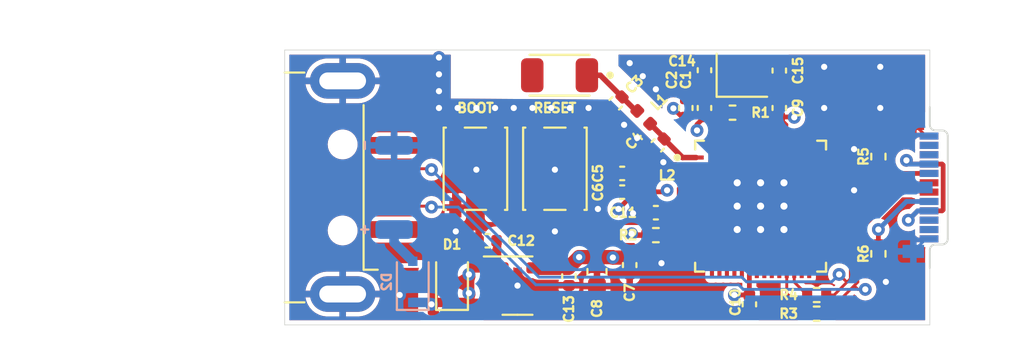
<source format=kicad_pcb>
(kicad_pcb (version 20211014) (generator pcbnew)
  (layers (0 "F.Cu" signal "Front") (1 "In1.Cu" signal) (2 "In2.Cu" signal) (31 "B.Cu" signal "Back") (34 "B.Paste" user) (35 "F.Paste" user) (36 "B.SilkS" user "B.Silkscreen") (37 "F.SilkS" user "F.Silkscreen") (38 "B.Mask" user) (39 "F.Mask" user) (44 "Edge.Cuts" user))
  (net 0 "")
  (net 1 "+3V3")
  (net 2 "GND")
  (net 3 "LNA_IN")
  (net 4 "Net-(C5-Pad1)")
  (net 5 "CHIP_PU")
  (net 6 "+5V")
  (net 7 "Net-(C14-Pad1)")
  (net 8 "XTAL_N")
  (net 9 "USB_D-")
  (net 10 "USB_D+")
  (net 13 "Net-(P1-PadA5)")
  (net 19 "Net-(P1-PadB5)")
  (net 23 "XTAL_P")
  (net 24 "Net-(R3-Pad1)")
  (net 25 "Net-(R4-Pad1)")
  (net 26 "BOOT")
  (net 57 "VDD")
  (net 71 "Net-(AE1-Pad1)")
  (net 72 "Net-(D1-Pad2)")
  (net 73 "+BATT")
  (footprint "Resistor_SMD:R_0402_1005Metric" (layer "F.Cu") (at 118.4 101.3)
    (fp_text reference "R2" (at -1.49 0) (layer "F.SilkS") (effects (font (size 0.5 0.5) (thickness 0.125))))
    (fp_text value "10k")
    (pad "1" smd roundrect (at -0.51 0) (size 0.54 0.64) (layers "F.Cu" "F.Paste" "F.Mask") (net 1 "+3V3"))
    (pad "2" smd roundrect (at 0.51 0) (size 0.54 0.64) (layers "F.Cu" "F.Paste" "F.Mask") (net 5 "CHIP_PU"))
  )
  (footprint "Connector_USB:USB_A_CNCTech_1001-011-01101_Horizontal" (layer "F.Cu") (at 94.75 98.75 180)
    (fp_text reference "J1" hide)
    (fp_text value "USB_A")
    (pad "" np_thru_hole circle (at -6.9 2.3 180) (size 1.1 1.1) (drill 1.1) (layers *.Cu *.Mask))
    (pad "" np_thru_hole circle (at -6.9 -2.3 180) (size 1.1 1.1) (drill 1.1) (layers *.Cu *.Mask))
    (pad "1" smd rect (at -9.65 -3.5 180) (size 2.5 1.1) (layers "F.Cu" "F.Paste" "F.Mask") (net 72 "Net-(D1-Pad2)"))
    (pad "2" smd rect (at -9.65 -1 180) (size 2.5 1.1) (layers "F.Cu" "F.Paste" "F.Mask") (net 9 "USB_D-"))
    (pad "3" smd rect (at -9.65 1 180) (size 2.5 1.1) (layers "F.Cu" "F.Paste" "F.Mask") (net 10 "USB_D+"))
    (pad "4" smd rect (at -9.65 3.5 180) (size 2.5 1.1) (layers "F.Cu" "F.Paste" "F.Mask") (net 2 "GND"))
    (pad "5" thru_hole oval (at -6.9 -5.7 180) (size 3.5 1.9) (drill oval 2.5 0.9) (layers *.Cu *.Mask) (net 2 "GND"))
    (pad "5" thru_hole oval (at -6.9 5.7 180) (size 3.5 1.9) (drill oval 2.5 0.9) (layers *.Cu *.Mask) (net 2 "GND"))
  )
  (footprint "Capacitor_SMD:C_0402_1005Metric" (layer "F.Cu") (at 120 94.5 90)
    (fp_text reference "C2" (at 1.5 -0.75 90) (layer "F.SilkS") (effects (font (size 0.5 0.5) (thickness 0.125))))
    (fp_text value "0.1u")
    (pad "1" smd roundrect (at -0.48 0 90) (size 0.56 0.62) (layers "F.Cu" "F.Paste" "F.Mask") (net 1 "+3V3"))
    (pad "2" smd roundrect (at 0.48 0 90) (size 0.56 0.62) (layers "F.Cu" "F.Paste" "F.Mask") (net 2 "GND"))
  )
  (footprint "Resistor_SMD:R_0402_1005Metric" (layer "F.Cu") (at 127 104.5)
    (fp_text reference "R4" (at -1.5 0) (layer "F.SilkS") (effects (font (size 0.5 0.5) (thickness 0.125))))
    (fp_text value "0")
    (pad "1" smd roundrect (at -0.51 0) (size 0.54 0.64) (layers "F.Cu" "F.Paste" "F.Mask") (net 25 "Net-(R4-Pad1)"))
    (pad "2" smd roundrect (at 0.51 0) (size 0.54 0.64) (layers "F.Cu" "F.Paste" "F.Mask") (net 10 "USB_D+"))
  )
  (footprint "clipboard:52b86674-39ac-4791-87c9-d1ce4ecf49a0" (layer "F.Cu") (at 133.05 102.575 -90)
    (fp_text reference "" (at 0 0 90) (layer "F.SilkS") (effects (font (size 1.27 1.27))))
    (fp_text value "" (at 0 0 90) (layer "F.SilkS") (effects (font (size 1.27 1.27))))
    (fp_line (start -6.875 -0.66) (end -6.875 -0.3) (layer "Edge.Cuts") (width 0.1))
    (fp_line (start -6.575 -0.96) (end -1.075 -0.96) (layer "Edge.Cuts") (width 0.1))
    (fp_line (start -0.475 0) (end 0.475 0) (layer "Edge.Cuts") (width 0.1))
    (fp_line (start -0.775 -0.66) (end -0.775 -0.3) (layer "Edge.Cuts") (width 0.1))
    (fp_line (start -7.175 0) (end -8.125 0) (layer "Edge.Cuts") (width 0.1))
    (fp_arc (start -0.475 0) (mid -0.687132 -0.087868) (end -0.775 -0.3) (layer "Edge.Cuts") (width 0.1))
    (fp_arc (start -6.875 -0.66) (mid -6.787132 -0.872132) (end -6.575 -0.96) (layer "Edge.Cuts") (width 0.1))
    (fp_arc (start -6.875 -0.3) (mid -6.962868 -0.087868) (end -7.175 0) (layer "Edge.Cuts") (width 0.1))
    (fp_arc (start -1.075 -0.96) (mid -0.862868 -0.872132) (end -0.775 -0.66) (layer "Edge.Cuts") (width 0.1))
  )
  (footprint "Inductor_SMD:L_0402_1005Metric" (layer "F.Cu") (at 118.1 98.5 -90)
    (fp_text reference "L2" (at -0.4 -0.9) (layer "F.SilkS") (effects (font (size 0.5 0.5) (thickness 0.125))))
    (fp_text value "2nH")
    (pad "1" smd roundrect (at -0.485 0 270) (size 0.59 0.64) (layers "F.Cu" "F.Paste" "F.Mask") (net 4 "Net-(C5-Pad1)"))
    (pad "2" smd roundrect (at 0.485 0 270) (size 0.59 0.64) (layers "F.Cu" "F.Paste" "F.Mask") (net 1 "+3V3"))
  )
  (footprint "Capacitor_SMD:C_0402_1005Metric" (layer "F.Cu") (at 117 102.9 -90)
    (fp_text reference "C7" (at 1.475 0 90) (layer "F.SilkS") (effects (font (size 0.5 0.5) (thickness 0.125))))
    (fp_text value "1u")
    (pad "1" smd roundrect (at -0.48 0 270) (size 0.56 0.62) (layers "F.Cu" "F.Paste" "F.Mask") (net 1 "+3V3"))
    (pad "2" smd roundrect (at 0.48 0 270) (size 0.56 0.62) (layers "F.Cu" "F.Paste" "F.Mask") (net 2 "GND"))
  )
  (footprint "Resistor_SMD:R_0402_1005Metric" (layer "F.Cu") (at 127 105.5)
    (fp_text reference "R3" (at -1.5 0) (layer "F.SilkS") (effects (font (size 0.5 0.5) (thickness 0.125))))
    (fp_text value "0")
    (pad "1" smd roundrect (at -0.51 0) (size 0.54 0.64) (layers "F.Cu" "F.Paste" "F.Mask") (net 24 "Net-(R3-Pad1)"))
    (pad "2" smd roundrect (at 0.51 0) (size 0.54 0.64) (layers "F.Cu" "F.Paste" "F.Mask") (net 9 "USB_D-"))
  )
  (footprint "Capacitor_SMD:C_0402_1005Metric" (layer "F.Cu") (at 125 94.5 90)
    (fp_text reference "C9" (at 0 1 90) (layer "F.SilkS") (effects (font (size 0.5 0.5) (thickness 0.125))))
    (fp_text value "0.1u")
    (pad "1" smd roundrect (at -0.48 0 90) (size 0.56 0.62) (layers "F.Cu" "F.Paste" "F.Mask") (net 1 "+3V3"))
    (pad "2" smd roundrect (at 0.48 0 90) (size 0.56 0.62) (layers "F.Cu" "F.Paste" "F.Mask") (net 2 "GND"))
  )
  (footprint "Capacitor_SMD:C_0402_1005Metric" (layer "F.Cu") (at 113.75 103.5 -90)
    (fp_text reference "C13" (at 1.75 0 90) (layer "F.SilkS") (effects (font (size 0.5 0.5) (thickness 0.125))))
    (fp_text value "1u")
    (pad "1" smd roundrect (at -0.48 0 270) (size 0.56 0.62) (layers "F.Cu" "F.Paste" "F.Mask") (net 1 "+3V3"))
    (pad "2" smd roundrect (at 0.48 0 270) (size 0.56 0.62) (layers "F.Cu" "F.Paste" "F.Mask") (net 2 "GND"))
  )
  (footprint "Capacitor_SMD:C_0402_1005Metric" (layer "F.Cu") (at 116.25 94.25 -135)
    (fp_text reference "C3" (at -1.414214 0 45) (layer "F.SilkS") (effects (font (size 0.5 0.5) (thickness 0.125))))
    (fp_text value "3.3p")
    (pad "1" smd roundrect (at -0.48 0 225) (size 0.56 0.62) (layers "F.Cu" "F.Paste" "F.Mask") (net 71 "Net-(AE1-Pad1)"))
    (pad "2" smd roundrect (at 0.48 0 225) (size 0.56 0.62) (layers "F.Cu" "F.Paste" "F.Mask") (net 2 "GND"))
  )
  (footprint "Capacitor_SMD:C_0402_1005Metric" (layer "F.Cu") (at 125 92.5 -90)
    (fp_text reference "C15" (at 0 -1 -90) (layer "F.SilkS") (effects (font (size 0.5 0.5) (thickness 0.125))))
    (fp_text value "TBD")
    (pad "1" smd roundrect (at -0.48 0 270) (size 0.56 0.62) (layers "F.Cu" "F.Paste" "F.Mask") (net 8 "XTAL_N"))
    (pad "2" smd roundrect (at 0.48 0 270) (size 0.56 0.62) (layers "F.Cu" "F.Paste" "F.Mask") (net 2 "GND"))
  )
  (footprint "Inductor_SMD:L_0402_1005Metric" (layer "F.Cu") (at 117.75 95 -45)
    (fp_text reference "L1" (at 0 -1.17 45) (layer "F.SilkS") (effects (font (size 0.5 0.5) (thickness 0.125))))
    (fp_text value "2nH")
    (pad "1" smd roundrect (at -0.485 0 315) (size 0.59 0.64) (layers "F.Cu" "F.Paste" "F.Mask") (net 71 "Net-(AE1-Pad1)"))
    (pad "2" smd roundrect (at 0.485 0 315) (size 0.59 0.64) (layers "F.Cu" "F.Paste" "F.Mask") (net 3 "LNA_IN"))
  )
  (footprint "2450AT18A100E:ANTC3216X140N" (layer "F.Cu") (at 113.25 92.75 180)
    (fp_text reference "AE1" hide)
    (fp_text value "2450AT18A100E")
    (pad "1" smd roundrect locked (at -1.46 0) (size 1.2 1.82) (layers "F.Cu" "F.Paste" "F.Mask") (roundrect_rratio 0.23) (net 71 "Net-(AE1-Pad1)"))
    (pad "2" smd roundrect locked (at 1.46 0) (size 1.2 1.82) (layers "F.Cu" "F.Paste" "F.Mask") (roundrect_rratio 0.23))
  )
  (footprint "Resistor_SMD:R_0402_1005Metric" (layer "F.Cu") (at 130.3 97.1 90)
    (fp_text reference "R5" (at 0 -0.8 90) (layer "F.SilkS") (effects (font (size 0.5 0.5) (thickness 0.125))))
    (fp_text value "5k1")
    (pad "1" smd roundrect (at -0.51 0 90) (size 0.54 0.64) (layers "F.Cu" "F.Paste" "F.Mask") (net 13 "Net-(P1-PadA5)"))
    (pad "2" smd roundrect (at 0.51 0 90) (size 0.54 0.64) (layers "F.Cu" "F.Paste" "F.Mask") (net 2 "GND"))
  )
  (footprint "Capacitor_SMD:C_0603_1608Metric" (layer "F.Cu") (at 115.25 103.25 -90)
    (fp_text reference "C8" (at 1.975 0 -270) (layer "F.SilkS") (effects (font (size 0.5 0.5) (thickness 0.125))))
    (fp_text value "10u")
    (pad "1" smd roundrect (at -0.775 0 270) (size 0.9 0.95) (layers "F.Cu" "F.Paste" "F.Mask") (net 1 "+3V3"))
    (pad "2" smd roundrect (at 0.775 0 270) (size 0.9 0.95) (layers "F.Cu" "F.Paste" "F.Mask") (net 2 "GND"))
  )
  (footprint "Capacitor_SMD:C_0402_1005Metric" (layer "F.Cu") (at 116.6 99 180)
    (fp_text reference "C6" (at 1.3 0 90) (layer "F.SilkS") (effects (font (size 0.5 0.5) (thickness 0.125))))
    (fp_text value "0.1u")
    (pad "1" smd roundrect (at -0.48 0 180) (size 0.56 0.62) (layers "F.Cu" "F.Paste" "F.Mask") (net 1 "+3V3"))
    (pad "2" smd roundrect (at 0.48 0 180) (size 0.56 0.62) (layers "F.Cu" "F.Paste" "F.Mask") (net 2 "GND"))
  )
  (footprint "Button_Switch_SMD:SW_SPST_PTS810" (layer "F.Cu") (at 108.75 97.75 90)
    (fp_text reference "SW2" hide)
    (fp_text value "BOOT")
    (pad "1" smd rect (at -2.075 -1.075 90) (size 1.05 0.65) (layers "F.Cu" "F.Paste" "F.Mask") (net 2 "GND"))
    (pad "1" smd rect (at 2.075 -1.075 90) (size 1.05 0.65) (layers "F.Cu" "F.Paste" "F.Mask") (net 2 "GND"))
    (pad "2" smd rect (at 2.075 1.075 90) (size 1.05 0.65) (layers "F.Cu" "F.Paste" "F.Mask") (net 26 "BOOT"))
    (pad "2" smd rect (at -2.075 1.075 90) (size 1.05 0.65) (layers "F.Cu" "F.Paste" "F.Mask") (net 26 "BOOT"))
  )
  (footprint "Button_Switch_SMD:SW_SPST_PTS810" (layer "F.Cu") (at 113 97.75 90)
    (fp_text reference "SW1" hide)
    (fp_text value "RESET")
    (pad "1" smd rect (at 2.075 -1.075 90) (size 1.05 0.65) (layers "F.Cu" "F.Paste" "F.Mask") (net 2 "GND"))
    (pad "1" smd rect (at -2.075 -1.075 90) (size 1.05 0.65) (layers "F.Cu" "F.Paste" "F.Mask") (net 2 "GND"))
    (pad "2" smd rect (at 2.075 1.075 90) (size 1.05 0.65) (layers "F.Cu" "F.Paste" "F.Mask") (net 5 "CHIP_PU"))
    (pad "2" smd rect (at -2.075 1.075 90) (size 1.05 0.65) (layers "F.Cu" "F.Paste" "F.Mask") (net 5 "CHIP_PU"))
  )
  (footprint "Diode_SMD:D_SOD-323F" (layer "F.Cu") (at 107.5 103.8 90)
    (fp_text reference "D1" (at 2 0) (layer "F.SilkS") (effects (font (size 0.5 0.5) (thickness 0.125))))
    (fp_text value "NSR0320")
    (pad "1" smd rect (at -1.1 0 90) (size 0.5 0.5) (layers "F.Cu" "F.Paste" "F.Mask") (net 6 "+5V"))
    (pad "2" smd rect (at 1.1 0 90) (size 0.5 0.5) (layers "F.Cu" "F.Paste" "F.Mask") (net 72 "Net-(D1-Pad2)"))
  )
  (footprint "Capacitor_SMD:C_0402_1005Metric" (layer "F.Cu") (at 123.4 105 -90)
    (fp_text reference "C10" (at -0.107836 0.75 90) (layer "F.SilkS") (effects (font (size 0.5 0.5) (thickness 0.125))))
    (fp_text value "0.1u")
    (pad "1" smd roundrect (at -0.48 0 270) (size 0.56 0.62) (layers "F.Cu" "F.Paste" "F.Mask") (net 1 "+3V3"))
    (pad "2" smd roundrect (at 0.48 0 270) (size 0.56 0.62) (layers "F.Cu" "F.Paste" "F.Mask") (net 2 "GND"))
  )
  (footprint "Capacitor_SMD:C_0402_1005Metric" (layer "F.Cu") (at 116.6 98 180)
    (fp_text reference "C5" (at 1.3 0 90) (layer "F.SilkS") (effects (font (size 0.5 0.5) (thickness 0.125))))
    (fp_text value "0.1u")
    (pad "1" smd roundrect (at -0.48 0 180) (size 0.56 0.62) (layers "F.Cu" "F.Paste" "F.Mask") (net 4 "Net-(C5-Pad1)"))
    (pad "2" smd roundrect (at 0.48 0 180) (size 0.56 0.62) (layers "F.Cu" "F.Paste" "F.Mask") (net 2 "GND"))
  )
  (footprint "Connector_USB:USB_C_Plug_Molex_105444" (layer "F.Cu") (at 133.05 98.75 -90)
    (fp_text reference "P1" hide)
    (fp_text value "USB_C_Plug")
    (pad "A1" smd rect (at -2.75 0.04 270) (size 0.38 1) (layers "F.Cu" "F.Paste" "F.Mask") (net 2 "GND"))
    (pad "A2" smd rect (at -2.25 0.04 270) (size 0.38 1) (layers "F.Cu" "F.Paste" "F.Mask"))
    (pad "A3" smd rect (at -1.75 0.04 270) (size 0.38 1) (layers "F.Cu" "F.Paste" "F.Mask"))
    (pad "A4" smd rect (at -1.25 0.04 270) (size 0.38 1) (layers "F.Cu" "F.Paste" "F.Mask") (net 6 "+5V"))
    (pad "A5" smd rect (at -0.75 0.04 270) (size 0.38 1) (layers "F.Cu" "F.Paste" "F.Mask") (net 13 "Net-(P1-PadA5)"))
    (pad "A6" smd rect (at -0.25 0.04 270) (size 0.38 1) (layers "F.Cu" "F.Paste" "F.Mask") (net 10 "USB_D+"))
    (pad "A7" smd rect (at 0.25 0.04 270) (size 0.38 1) (layers "F.Cu" "F.Paste" "F.Mask") (net 9 "USB_D-"))
    (pad "A8" smd rect (at 0.75 0.04 270) (size 0.38 1) (layers "F.Cu" "F.Paste" "F.Mask"))
    (pad "A9" smd rect (at 1.25 0.04 270) (size 0.38 1) (layers "F.Cu" "F.Paste" "F.Mask") (net 6 "+5V"))
    (pad "A10" smd rect (at 1.75 0.04 270) (size 0.38 1) (layers "F.Cu" "F.Paste" "F.Mask"))
    (pad "A11" smd rect (at 2.25 0.04 270) (size 0.38 1) (layers "F.Cu" "F.Paste" "F.Mask"))
    (pad "A12" smd rect (at 2.75 0.04 270) (size 0.38 1) (layers "F.Cu" "F.Paste" "F.Mask") (net 2 "GND"))
    (pad "B1" smd rect (at 2.75 0.04 270) (size 0.38 1) (layers "B.Cu" "B.Paste" "B.Mask") (net 2 "GND"))
    (pad "B2" smd rect (at 2.25 0.04 270) (size 0.38 1) (layers "B.Cu" "B.Paste" "B.Mask"))
    (pad "B3" smd rect (at 1.75 0.04 270) (size 0.38 1) (layers "B.Cu" "B.Paste" "B.Mask"))
    (pad "B4" smd rect (at 1.25 0.04 270) (size 0.38 1) (layers "B.Cu" "B.Paste" "B.Mask") (net 6 "+5V"))
    (pad "B5" smd rect (at 0.75 0.04 270) (size 0.38 1) (layers "B.Cu" "B.Paste" "B.Mask") (net 19 "Net-(P1-PadB5)"))
    (pad "B8" smd rect (at -0.75 0.04 270) (size 0.38 1) (layers "B.Cu" "B.Paste" "B.Mask"))
    (pad "B9" smd rect (at -1.25 0.04 270) (size 0.38 1) (layers "B.Cu" "B.Paste" "B.Mask") (net 6 "+5V"))
    (pad "B10" smd rect (at -1.75 0.04 270) (size 0.38 1) (layers "B.Cu" "B.Paste" "B.Mask"))
    (pad "B11" smd rect (at -2.25 0.04 270) (size 0.38 1) (layers "B.Cu" "B.Paste" "B.Mask"))
    (pad "B12" smd rect (at -2.75 0.04 270) (size 0.38 1) (layers "B.Cu" "B.Paste" "B.Mask") (net 2 "GND"))
    (pad "S1" smd rect (at -3.42 0.88 270) (size 0.7 1.15) (layers "F.Cu" "F.Paste" "F.Mask") (net 2 "GND"))
    (pad "S1" smd rect (at 3.42 0.88 270) (size 0.7 1.15) (layers "B.Cu" "B.Paste" "B.Mask") (net 2 "GND"))
  )
  (footprint "Package_TO_SOT_SMD:SOT-23-5" (layer "F.Cu") (at 111 104)
    (fp_text reference "U1" hide)
    (fp_text value "AP2112K-3.3")
    (pad "1" smd roundrect (at -1.1375 -0.95) (size 1.325 0.6) (layers "F.Cu" "F.Paste" "F.Mask") (net 6 "+5V"))
    (pad "2" smd roundrect (at -1.1375 0) (size 1.325 0.6) (layers "F.Cu" "F.Paste" "F.Mask") (net 2 "GND"))
    (pad "3" smd roundrect (at -1.1375 0.95) (size 1.325 0.6) (layers "F.Cu" "F.Paste" "F.Mask") (net 6 "+5V"))
    (pad "4" smd roundrect (at 1.1375 0.95) (size 1.325 0.6) (layers "F.Cu" "F.Paste" "F.Mask"))
    (pad "5" smd roundrect (at 1.1375 -0.95) (size 1.325 0.6) (layers "F.Cu" "F.Paste" "F.Mask") (net 1 "+3V3"))
  )
  (footprint "Capacitor_SMD:C_0402_1005Metric" (layer "F.Cu") (at 118.4 100.1 180)
    (fp_text reference "C11" (at 1.75 0) (layer "F.SilkS") (effects (font (size 0.5 0.5) (thickness 0.125))))
    (fp_text value "1u")
    (pad "1" smd roundrect (at -0.48 0 180) (size 0.56 0.62) (layers "F.Cu" "F.Paste" "F.Mask") (net 5 "CHIP_PU"))
    (pad "2" smd roundrect (at 0.48 0 180) (size 0.56 0.62) (layers "F.Cu" "F.Paste" "F.Mask") (net 2 "GND"))
  )
  (footprint "Capacitor_SMD:C_0402_1005Metric" (layer "F.Cu") (at 121 92.48 90)
    (fp_text reference "C14" (at 0.48 -1.2 180) (layer "F.SilkS") (effects (font (size 0.5 0.5) (thickness 0.125))))
    (fp_text value "TBD")
    (pad "1" smd roundrect (at -0.48 0 90) (size 0.56 0.62) (layers "F.Cu" "F.Paste" "F.Mask") (net 7 "Net-(C14-Pad1)"))
    (pad "2" smd roundrect (at 0.48 0 90) (size 0.56 0.62) (layers "F.Cu" "F.Paste" "F.Mask") (net 2 "GND"))
  )
  (footprint "Capacitor_SMD:C_0402_1005Metric" (layer "F.Cu") (at 121 94.5 90)
    (fp_text reference "C1" (at 1.5 -1 90) (layer "F.SilkS") (effects (font (size 0.5 0.5) (thickness 0.125))))
    (fp_text value "1u")
    (pad "1" smd roundrect (at -0.48 0 90) (size 0.56 0.62) (layers "F.Cu" "F.Paste" "F.Mask") (net 1 "+3V3"))
    (pad "2" smd roundrect (at 0.48 0 90) (size 0.56 0.62) (layers "F.Cu" "F.Paste" "F.Mask") (net 2 "GND"))
  )
  (footprint "Resistor_SMD:R_0402_1005Metric" (layer "F.Cu") (at 130.3 102.3 -90)
    (fp_text reference "R6" (at 0 0.8 90) (layer "F.SilkS") (effects (font (size 0.5 0.5) (thickness 0.125))))
    (fp_text value "5k1")
    (pad "1" smd roundrect (at -0.51 0 270) (size 0.54 0.64) (layers "F.Cu" "F.Paste" "F.Mask") (net 19 "Net-(P1-PadB5)"))
    (pad "2" smd roundrect (at 0.51 0 270) (size 0.54 0.64) (layers "F.Cu" "F.Paste" "F.Mask") (net 2 "GND"))
  )
  (footprint "Resistor_SMD:R_0402_1005Metric" (layer "F.Cu") (at 122.5 94.75)
    (fp_text reference "R1" (at 1.5 0) (layer "F.SilkS") (effects (font (size 0.5 0.5) (thickness 0.125))))
    (fp_text value "0")
    (pad "1" smd roundrect (at -0.51 0) (size 0.54 0.64) (layers "F.Cu" "F.Paste" "F.Mask") (net 23 "XTAL_P"))
    (pad "2" smd roundrect (at 0.51 0) (size 0.54 0.64) (layers "F.Cu" "F.Paste" "F.Mask") (net 7 "Net-(C14-Pad1)"))
  )
  (footprint "Capacitor_SMD:C_0402_1005Metric" (layer "F.Cu") (at 118.5 96.5 -135)
    (fp_text reference "C4" (at 0.707107 1.06066 -135) (layer "F.SilkS") (effects (font (size 0.5 0.5) (thickness 0.125))))
    (fp_text value "3.3p")
    (pad "1" smd roundrect (at -0.48 0 225) (size 0.56 0.62) (layers "F.Cu" "F.Paste" "F.Mask") (net 3 "LNA_IN"))
    (pad "2" smd roundrect (at 0.48 0 225) (size 0.56 0.62) (layers "F.Cu" "F.Paste" "F.Mask") (net 2 "GND"))
  )
  (footprint "ESP32-S3FN8:QFN40P700X700X90-57N" (layer "F.Cu") (at 124 99.75)
    (fp_text reference "U2" hide)
    (fp_text value "ESP32-S3FN8")
    (pad "1" smd roundrect locked (at -3.445 -2.6) (size 0.81 0.22) (layers "F.Cu" "F.Paste" "F.Mask") (roundrect_rratio 0.03) (net 3 "LNA_IN"))
    (pad "2" smd roundrect locked (at -3.445 -2.2) (size 0.81 0.22) (layers "F.Cu" "F.Paste" "F.Mask") (roundrect_rratio 0.03) (net 4 "Net-(C5-Pad1)"))
    (pad "3" smd roundrect locked (at -3.445 -1.8) (size 0.81 0.22) (layers "F.Cu" "F.Paste" "F.Mask") (roundrect_rratio 0.03) (net 4 "Net-(C5-Pad1)"))
    (pad "4" smd roundrect locked (at -3.445 -1.4) (size 0.81 0.22) (layers "F.Cu" "F.Paste" "F.Mask") (roundrect_rratio 0.03) (net 5 "CHIP_PU"))
    (pad "5" smd roundrect locked (at -3.445 -1) (size 0.81 0.22) (layers "F.Cu" "F.Paste" "F.Mask") (roundrect_rratio 0.03) (net 26 "BOOT"))
    (pad "6" smd roundrect locked (at -3.445 -0.6) (size 0.81 0.22) (layers "F.Cu" "F.Paste" "F.Mask") (roundrect_rratio 0.03))
    (pad "7" smd roundrect locked (at -3.445 -0.2) (size 0.81 0.22) (layers "F.Cu" "F.Paste" "F.Mask") (roundrect_rratio 0.03))
    (pad "8" smd roundrect locked (at -3.445 0.2) (size 0.81 0.22) (layers "F.Cu" "F.Paste" "F.Mask") (roundrect_rratio 0.03))
    (pad "9" smd roundrect locked (at -3.445 0.6) (size 0.81 0.22) (layers "F.Cu" "F.Paste" "F.Mask") (roundrect_rratio 0.03))
    (pad "10" smd roundrect locked (at -3.445 1) (size 0.81 0.22) (layers "F.Cu" "F.Paste" "F.Mask") (roundrect_rratio 0.03))
    (pad "11" smd roundrect locked (at -3.445 1.4) (size 0.81 0.22) (layers "F.Cu" "F.Paste" "F.Mask") (roundrect_rratio 0.03))
    (pad "12" smd roundrect locked (at -3.445 1.8) (size 0.81 0.22) (layers "F.Cu" "F.Paste" "F.Mask") (roundrect_rratio 0.03))
    (pad "13" smd roundrect locked (at -3.445 2.2) (size 0.81 0.22) (layers "F.Cu" "F.Paste" "F.Mask") (roundrect_rratio 0.03))
    (pad "14" smd roundrect locked (at -3.445 2.6) (size 0.81 0.22) (layers "F.Cu" "F.Paste" "F.Mask") (roundrect_rratio 0.03))
    (pad "15" smd roundrect locked (at -2.6 3.445) (size 0.22 0.81) (layers "F.Cu" "F.Paste" "F.Mask") (roundrect_rratio 0.1))
    (pad "16" smd roundrect locked (at -2.2 3.445) (size 0.22 0.81) (layers "F.Cu" "F.Paste" "F.Mask") (roundrect_rratio 0.1))
    (pad "17" smd roundrect locked (at -1.8 3.445) (size 0.22 0.81) (layers "F.Cu" "F.Paste" "F.Mask") (roundrect_rratio 0.1))
    (pad "18" smd roundrect locked (at -1.4 3.445) (size 0.22 0.81) (layers "F.Cu" "F.Paste" "F.Mask") (roundrect_rratio 0.1))
    (pad "19" smd roundrect locked (at -1 3.445) (size 0.22 0.81) (layers "F.Cu" "F.Paste" "F.Mask") (roundrect_rratio 0.1))
    (pad "20" smd roundrect locked (at -0.6 3.445) (size 0.22 0.81) (layers "F.Cu" "F.Paste" "F.Mask") (roundrect_rratio 0.1) (net 1 "+3V3"))
    (pad "21" smd roundrect locked (at -0.2 3.445) (size 0.22 0.81) (layers "F.Cu" "F.Paste" "F.Mask") (roundrect_rratio 0.1))
    (pad "22" smd roundrect locked (at 0.2 3.445) (size 0.22 0.81) (layers "F.Cu" "F.Paste" "F.Mask") (roundrect_rratio 0.1))
    (pad "23" smd roundrect locked (at 0.6 3.445) (size 0.22 0.81) (layers "F.Cu" "F.Paste" "F.Mask") (roundrect_rratio 0.1))
    (pad "24" smd roundrect locked (at 1 3.445) (size 0.22 0.81) (layers "F.Cu" "F.Paste" "F.Mask") (roundrect_rratio 0.1))
    (pad "25" smd roundrect locked (at 1.4 3.445) (size 0.22 0.81) (layers "F.Cu" "F.Paste" "F.Mask") (roundrect_rratio 0.1) (net 24 "Net-(R3-Pad1)"))
    (pad "26" smd roundrect locked (at 1.8 3.445) (size 0.22 0.81) (layers "F.Cu" "F.Paste" "F.Mask") (roundrect_rratio 0.1) (net 25 "Net-(R4-Pad1)"))
    (pad "27" smd roundrect locked (at 2.2 3.445) (size 0.22 0.81) (layers "F.Cu" "F.Paste" "F.Mask") (roundrect_rratio 0.1))
    (pad "28" smd roundrect locked (at 2.6 3.445) (size 0.22 0.81) (layers "F.Cu" "F.Paste" "F.Mask") (roundrect_rratio 0.1))
    (pad "29" smd roundrect locked (at 3.445 2.6) (size 0.81 0.22) (layers "F.Cu" "F.Paste" "F.Mask") (roundrect_rratio 0.03) (net 57 "VDD"))
    (pad "30" smd roundrect locked (at 3.445 2.2) (size 0.81 0.22) (layers "F.Cu" "F.Paste" "F.Mask") (roundrect_rratio 0.03))
    (pad "31" smd roundrect locked (at 3.445 1.8) (size 0.81 0.22) (layers "F.Cu" "F.Paste" "F.Mask") (roundrect_rratio 0.03))
    (pad "32" smd roundrect locked (at 3.445 1.4) (size 0.81 0.22) (layers "F.Cu" "F.Paste" "F.Mask") (roundrect_rratio 0.03))
    (pad "33" smd roundrect locked (at 3.445 1) (size 0.81 0.22) (layers "F.Cu" "F.Paste" "F.Mask") (roundrect_rratio 0.03))
    (pad "34" smd roundrect locked (at 3.445 0.6) (size 0.81 0.22) (layers "F.Cu" "F.Paste" "F.Mask") (roundrect_rratio 0.03))
    (pad "35" smd roundrect locked (at 3.445 0.2) (size 0.81 0.22) (layers "F.Cu" "F.Paste" "F.Mask") (roundrect_rratio 0.03))
    (pad "36" smd roundrect locked (at 3.445 -0.2) (size 0.81 0.22) (layers "F.Cu" "F.Paste" "F.Mask") (roundrect_rratio 0.03))
    (pad "37" smd roundrect locked (at 3.445 -0.6) (size 0.81 0.22) (layers "F.Cu" "F.Paste" "F.Mask") (roundrect_rratio 0.03))
    (pad "38" smd roundrect locked (at 3.445 -1) (size 0.81 0.22) (layers "F.Cu" "F.Paste" "F.Mask") (roundrect_rratio 0.03))
    (pad "39" smd roundrect locked (at 3.445 -1.4) (size 0.81 0.22) (layers "F.Cu" "F.Paste" "F.Mask") (roundrect_rratio 0.03))
    (pad "40" smd roundrect locked (at 3.445 -1.8) (size 0.81 0.22) (layers "F.Cu" "F.Paste" "F.Mask") (roundrect_rratio 0.03))
    (pad "41" smd roundrect locked (at 3.445 -2.2) (size 0.81 0.22) (layers "F.Cu" "F.Paste" "F.Mask") (roundrect_rratio 0.03))
    (pad "42" smd roundrect locked (at 3.445 -2.6) (size 0.81 0.22) (layers "F.Cu" "F.Paste" "F.Mask") (roundrect_rratio 0.03))
    (pad "43" smd roundrect locked (at 2.6 -3.445) (size 0.22 0.81) (layers "F.Cu" "F.Paste" "F.Mask") (roundrect_rratio 0.1))
    (pad "44" smd roundrect locked (at 2.2 -3.445) (size 0.22 0.81) (layers "F.Cu" "F.Paste" "F.Mask") (roundrect_rratio 0.1))
    (pad "45" smd roundrect locked (at 1.8 -3.445) (size 0.22 0.81) (layers "F.Cu" "F.Paste" "F.Mask") (roundrect_rratio 0.1))
    (pad "46" smd roundrect locked (at 1.4 -3.445) (size 0.22 0.81) (layers "F.Cu" "F.Paste" "F.Mask") (roundrect_rratio 0.1) (net 1 "+3V3"))
    (pad "47" smd roundrect locked (at 1 -3.445) (size 0.22 0.81) (layers "F.Cu" "F.Paste" "F.Mask") (roundrect_rratio 0.1))
    (pad "48" smd roundrect locked (at 0.6 -3.445) (size 0.22 0.81) (layers "F.Cu" "F.Paste" "F.Mask") (roundrect_rratio 0.1))
    (pad "49" smd roundrect locked (at 0.2 -3.445) (size 0.22 0.81) (layers "F.Cu" "F.Paste" "F.Mask") (roundrect_rratio 0.1))
    (pad "50" smd roundrect locked (at -0.2 -3.445) (size 0.22 0.81) (layers "F.Cu" "F.Paste" "F.Mask") (roundrect_rratio 0.1))
    (pad "51" smd roundrect locked (at -0.6 -3.445) (size 0.22 0.81) (layers "F.Cu" "F.Paste" "F.Mask") (roundrect_rratio 0.1))
    (pad "52" smd roundrect locked (at -1 -3.445) (size 0.22 0.81) (layers "F.Cu" "F.Paste" "F.Mask") (roundrect_rratio 0.1))
    (pad "53" smd roundrect locked (at -1.4 -3.445) (size 0.22 0.81) (layers "F.Cu" "F.Paste" "F.Mask") (roundrect_rratio 0.1) (net 8 "XTAL_N"))
    (pad "54" smd roundrect locked (at -1.8 -3.445) (size 0.22 0.81) (layers "F.Cu" "F.Paste" "F.Mask") (roundrect_rratio 0.1) (net 23 "XTAL_P"))
    (pad "55" smd roundrect locked (at -2.2 -3.445) (size 0.22 0.81) (layers "F.Cu" "F.Paste" "F.Mask") (roundrect_rratio 0.1) (net 1 "+3V3"))
    (pad "56" smd roundrect locked (at -2.6 -3.445) (size 0.22 0.81) (layers "F.Cu" "F.Paste" "F.Mask") (roundrect_rratio 0.1) (net 1 "+3V3"))
    (pad "57" smd rect locked (at 0 0) (size 4 4) (layers "F.Cu" "F.Mask") (net 2 "GND"))
  )
  (footprint "Crystal:Crystal_SMD_2016-4Pin_2.0x1.6mm" (layer "F.Cu") (at 123 92.75)
    (fp_text reference "Y1" hide)
    (fp_text value "40MHz")
    (pad "1" smd rect (at -0.7 0.55) (size 0.9 0.8) (layers "F.Cu" "F.Paste" "F.Mask") (net 7 "Net-(C14-Pad1)"))
    (pad "2" smd rect (at 0.7 0.55) (size 0.9 0.8) (layers "F.Cu" "F.Paste" "F.Mask") (net 2 "GND"))
    (pad "3" smd rect (at 0.7 -0.55) (size 0.9 0.8) (layers "F.Cu" "F.Paste" "F.Mask") (net 8 "XTAL_N"))
    (pad "4" smd rect (at -0.7 -0.55) (size 0.9 0.8) (layers "F.Cu" "F.Paste" "F.Mask") (net 2 "GND"))
  )
  (footprint "Capacitor_SMD:C_0402_1005Metric" (layer "F.Cu") (at 109.4 101.6 180)
    (fp_text reference "C12" (at -1.8 0) (layer "F.SilkS") (effects (font (size 0.5 0.5) (thickness 0.125))))
    (fp_text value "1u")
    (pad "1" smd roundrect (at -0.48 0 180) (size 0.56 0.62) (layers "F.Cu" "F.Paste" "F.Mask") (net 6 "+5V"))
    (pad "2" smd roundrect (at 0.48 0 180) (size 0.56 0.62) (layers "F.Cu" "F.Paste" "F.Mask") (net 2 "GND"))
  )
  (footprint "Diode_SMD:D_SOD-323F" (layer "B.Cu") (at 105.4 103.8 90)
    (fp_text reference "D2" (at 0 -1.4 90) (layer "B.SilkS") (effects (font (size 0.5 0.5) (thickness 0.125)) (justify mirror)))
    (fp_text value "NSR0320")
    (pad "1" smd rect (at -1.1 0 90) (size 0.5 0.5) (layers "B.Cu" "B.Paste" "B.Mask") (net 6 "+5V"))
    (pad "2" smd rect (at 1.1 0 90) (size 0.5 0.5) (layers "B.Cu" "B.Paste" "B.Mask") (net 73 "+BATT"))
  )
  (footprint "Connector_Wire:SolderWirePad_1x01_SMD_1x2mm" (layer "B.Cu") (at 104.4 101 -90)
    (fp_text reference "J2" hide)
    (fp_text value "Conn_01x01")
    (pad "1" smd roundrect (at 0 0 270) (size 1 2) (layers "B.Cu" "B.Paste" "B.Mask") (net 73 "+BATT"))
  )
  (footprint "Connector_Wire:SolderWirePad_1x01_SMD_1x2mm" (layer "B.Cu") (at 104.4 96.5 -90)
    (fp_text reference "J3" hide)
    (fp_text value "Conn_01x01")
    (pad "1" smd roundrect (at 0 0 270) (size 1 2) (layers "B.Cu" "B.Paste" "B.Mask") (net 2 "GND"))
  )
  (gr_line (start 98.55 106.1) (end 133.05 106.1) (layer "Edge.Cuts") (width 0.0381))
  (gr_line (start 98.55 91.4) (end 133.05 91.4) (layer "Edge.Cuts") (width 0.0381))
  (gr_line (start 133.05 94.45) (end 133.05 91.4) (layer "Edge.Cuts") (width 0.0381))
  (gr_line (start 133.05 103.05) (end 133.05 106.1) (layer "Edge.Cuts") (width 0.0381))
  (gr_line (start 98.55 91.4) (end 98.55 106.1) (layer "Edge.Cuts") (width 0.0381))
  (gr_text "+" (at 102.8 101 90) (layer "B.SilkS") (effects (font (size 0.5 0.5) (thickness 0.125)) (justify mirror)))
  (gr_text "-\n" (at 102.8 96.5 90) (layer "B.SilkS") (effects (font (size 0.5 0.5) (thickness 0.125)) (justify mirror)))
  (gr_text "RESET" (at 113 94.5) (layer "F.SilkS") (effects (font (size 0.5 0.5) (thickness 0.125))))
  (gr_text "BOOT\n" (at 108.75 94.5) (layer "F.SilkS") (effects (font (size 0.5 0.5) (thickness 0.125))))
  (segment (start 120 94.98) (end 121 94.98) (width 0.254) (layer "F.Cu") (net 1))
  (segment (start 125 94.98) (end 125.78 94.98) (width 0.254) (layer "F.Cu") (net 1))
  (segment (start 116.92 102.5) (end 117 102.42) (width 0.762) (layer "F.Cu") (net 1))
  (segment (start 116.1 102.5) (end 116.92 102.5) (width 0.762) (layer "F.Cu") (net 1))
  (segment (start 121.4 96.305) (end 121.4 95.6) (width 0.1542) (layer "F.Cu") (net 1))
  (segment (start 119.798724 94.98) (end 119.337156 94.518432) (width 0.254) (layer "F.Cu") (net 1))
  (segment (start 118.915 98.985) (end 119 98.9) (width 0.254) (layer "F.Cu") (net 1))
  (segment (start 120.6 95.7) (end 120.6 95.38) (width 0.254) (layer "F.Cu") (net 1))
  (segment (start 116.075 102.475) (end 116.1 102.5) (width 0.762) (layer "F.Cu") (net 1))
  (segment (start 125.78 94.98) (end 125.8 95) (width 0.254) (layer "F.Cu") (net 1))
  (segment (start 123.4 103.195) (end 123.4 104.52) (width 0.254) (layer "F.Cu") (net 1))
  (segment (start 123.38 104.5) (end 123.4 104.52) (width 0.254) (layer "F.Cu") (net 1))
  (segment (start 125.4 96.305) (end 125.4 95.38) (width 0.1542) (layer "F.Cu") (net 1))
  (segment (start 122.6 104.5) (end 123.38 104.5) (width 0.254) (layer "F.Cu") (net 1))
  (segment (start 116.4 99.9) (end 117.08 99.22) (width 0.254) (layer "F.Cu") (net 1))
  (segment (start 117.1735 101.3) (end 117.1 101.2265) (width 0.29337) (layer "F.Cu") (net 1))
  (segment (start 121.4 95.6) (end 121.55 95.45) (width 0.1542) (layer "F.Cu") (net 1))
  (segment (start 121.08 94.98) (end 121 94.98) (width 0.1542) (layer "F.Cu") (net 1))
  (segment (start 112.1375 103.05) (end 113.72 103.05) (width 0.762) (layer "F.Cu") (net 1))
  (segment (start 125.4 95.38) (end 125 94.98) (width 0.1542) (layer "F.Cu") (net 1))
  (segment (start 113.72 103.05) (end 113.75 103.02) (width 0.762) (layer "F.Cu") (net 1))
  (segment (start 114.295 102.475) (end 113.75 103.02) (width 0.762) (layer "F.Cu") (net 1))
  (segment (start 117.89 101.3) (end 117.1735 101.3) (width 0.29337) (layer "F.Cu") (net 1))
  (segment (start 117.08 99.22) (end 117.08 99) (width 0.254) (layer "F.Cu") (net 1))
  (segment (start 115.25 102.475) (end 116.075 102.475) (width 0.762) (layer "F.Cu") (net 1))
  (segment (start 121.55 95.45) (end 121.08 94.98) (width 0.1542) (layer "F.Cu") (net 1))
  (segment (start 115.25 102.475) (end 114.295 102.475) (width 0.762) (layer "F.Cu") (net 1))
  (segment (start 121.8 95.7) (end 121.55 95.45) (width 0.1542) (layer "F.Cu") (net 1))
  (segment (start 121.8 96.305) (end 121.8 95.7) (width 0.1542) (layer "F.Cu") (net 1))
  (segment (start 120 94.98) (end 119.798724 94.98) (width 0.254) (layer "F.Cu") (net 1))
  (segment (start 120.6 95.38) (end 121 94.98) (width 0.254) (layer "F.Cu") (net 1))
  (segment (start 118.1 98.985) (end 118.915 98.985) (width 0.254) (layer "F.Cu") (net 1))
  (via (at 125.8 95) (size 0.6858) (drill 0.3302) (layers "F.Cu" "B.Cu") (net 1))
  (via (at 116.1 102.5) (size 0.6858) (drill 0.3302) (layers "F.Cu" "B.Cu") (net 1))
  (via (at 116.4 99.9) (size 0.6858) (drill 0.3302) (layers "F.Cu" "B.Cu") (net 1))
  (via (at 119.337156 94.518432) (size 0.6858) (drill 0.3302) (layers "F.Cu" "B.Cu") (net 1))
  (via (at 122.6 104.5) (size 0.6858) (drill 0.3302) (layers "F.Cu" "B.Cu") (net 1))
  (via (at 119 98.9) (size 0.6858) (drill 0.3302) (layers "F.Cu" "B.Cu") (net 1))
  (via (at 114.295 102.475) (size 0.6858) (drill 0.3302) (layers "F.Cu" "B.Cu") (net 1))
  (via (at 120.6 95.7) (size 0.6858) (drill 0.3302) (layers "F.Cu" "B.Cu") (net 1))
  (via (at 117.1 101.2265) (size 0.6858) (drill 0.3302) (layers "F.Cu" "B.Cu") (net 1))
  (segment (start 121.2 92.2) (end 121 92) (width 0.254) (layer "F.Cu") (net 2))
  (segment (start 132.84 96) (end 132.17 95.33) (width 0.1542) (layer "F.Cu") (net 2))
  (segment (start 123.7 93.3) (end 124.68 93.3) (width 0.254) (layer "F.Cu") (net 2))
  (segment (start 124.68 93.3) (end 125 92.98) (width 0.254) (layer "F.Cu") (net 2))
  (segment (start 109.8625 104) (end 111 104) (width 0.254) (layer "F.Cu") (net 2))
  (segment (start 117.92 100.1) (end 117.211519 100.1) (width 0.254) (layer "F.Cu") (net 2))
  (segment (start 122.3 92.2) (end 121.2 92.2) (width 0.254) (layer "F.Cu") (net 2))
  (segment (start 133.01 96) (end 132.84 96) (width 0.1542) (layer "F.Cu") (net 2))
  (segment (start 117.211519 100.1) (end 117.178019 100.1335) (width 0.254) (layer "F.Cu") (net 2))
  (via (at 117.7 92.8) (size 0.6858) (drill 0.3302) (layers "F.Cu" "B.Cu") (net 2))
  (via (at 106.8 92.7) (size 0.6858) (drill 0.3302) (layers "F.Cu" "B.Cu") (net 2))
  (via (at 117.178019 100.1335) (size 0.6858) (drill 0.3302) (layers "F.Cu" "B.Cu") (net 2))
  (via (at 104.7 104.5) (size 0.6858) (drill 0.3302) (layers "F.Cu" "B.Cu") (net 2))
  (via (at 122.75 98.5) (size 0.889) (drill 0.381) (layers "F.Cu" "B.Cu") (net 2))
  (via (at 111 104) (size 0.6858) (drill 0.3302) (layers "F.Cu" "B.Cu") (net 2))
  (via (at 130.4 94.5) (size 0.6858) (drill 0.3302) (layers "F.Cu" "B.Cu") (net 2))
  (via (at 127.4 94.5) (size 0.6858) (drill 0.3302) (layers "F.Cu" "B.Cu") (net 2))
  (via (at 106.8 91.8) (size 0.6858) (drill 0.3302) (layers "F.Cu" "B.Cu") (net 2))
  (via (at 112.8 94.5) (size 0.6858) (drill 0.3302) (layers "F.Cu" "B.Cu") (net 2))
  (via (at 124 99.75) (size 0.889) (drill 0.381) (layers "F.Cu" "B.Cu") (net 2))
  (via (at 106.8 93.6) (size 0.6858) (drill 0.3302) (layers "F.Cu" "B.Cu") (net 2))
  (via (at 107.8 94.5) (size 0.6858) (drill 0.3302) (layers "F.Cu" "B.Cu") (net 2))
  (via (at 122.75 101) (size 0.889) (drill 0.381) (layers "F.Cu" "B.Cu") (net 2))
  (via (at 107.7 101.1) (size 0.6858) (drill 0.3302) (layers "F.Cu" "B.Cu") (net 2))
  (via (at 117.4 96.1) (size 0.6858) (drill 0.3302) (layers "F.Cu" "B.Cu") (net 2))
  (via (at 130.4 92.3) (size 0.6858) (drill 0.3302) (layers "F.Cu" "B.Cu") (net 2))
  (via (at 127.4 92.3) (size 0.6858) (drill 0.3302) (layers "F.Cu" "B.Cu") (net 2))
  (via (at 113 97.8) (size 0.6858) (drill 0.3302) (layers "F.Cu" "B.Cu") (net 2))
  (via (at 115.3 99.9) (size 0.6858) (drill 0.3302) (layers "F.Cu" "B.Cu") (net 2))
  (via (at 124 98.5) (size 0.889) (drill 0.381) (layers "F.Cu" "B.Cu") (net 2))
  (via (at 113.8 94.5) (size 0.6858) (drill 0.3302) (layers "F.Cu" "B.Cu") (net 2))
  (via (at 117 92.1) (size 0.6858) (drill 0.3302) (layers "F.Cu" "B.Cu") (net 2))
  (via (at 109.8 94.5) (size 0.6858) (drill 0.3302) (layers "F.Cu" "B.Cu") (net 2))
  (via (at 114.8 94.5) (size 0.6858) (drill 0.3302) (layers "F.Cu" "B.Cu") (net 2))
  (via (at 118.7 102.8) (size 0.6858) (drill 0.3302) (layers "F.Cu" "B.Cu") (net 2))
  (via (at 124 101) (size 0.889) (drill 0.381) (layers "F.Cu" "B.Cu") (net 2))
  (via (at 118.8 97.4) (size 0.6858) (drill 0.3302) (layers "F.Cu" "B.Cu") (net 2))
  (via (at 108.8 94.5) (size 0.6858) (drill 0.3302) (layers "F.Cu" "B.Cu") (net 2))
  (via (at 125.25 98.5) (size 0.889) (drill 0.381) (layers "F.Cu" "B.Cu") (net 2))
  (via (at 106.8 94.5) (size 0.6858) (drill 0.3302) (layers "F.Cu" "B.Cu") (net 2))
  (via (at 122.75 99.75) (size 0.889) (drill 0.381) (layers "F.Cu" "B.Cu") (net 2))
  (via (at 125.25 101) (size 0.889) (drill 0.381) (layers "F.Cu" "B.Cu") (net 2))
  (via (at 111.8 94.5) (size 0.6858) (drill 0.3302) (layers "F.Cu" "B.Cu") (net 2))
  (via (at 129 98.9) (size 0.6858) (drill 0.3302) (layers "F.Cu" "B.Cu") (net 2))
  (via (at 118.4 93.5) (size 0.6858) (drill 0.3302) (layers "F.Cu" "B.Cu") (net 2))
  (via (at 125.25 99.75) (size 0.889) (drill 0.381) (layers "F.Cu" "B.Cu") (net 2))
  (via (at 108.8 97.8) (size 0.6858) (drill 0.3302) (layers "F.Cu" "B.Cu") (net 2))
  (via (at 113 101.1) (size 0.6858) (drill 0.3302) (layers "F.Cu" "B.Cu") (net 2))
  (via (at 116.7 95.4) (size 0.6858) (drill 0.3302) (layers "F.Cu" "B.Cu") (net 2))
  (via (at 129 96.7) (size 0.6858) (drill 0.3302) (layers "F.Cu" "B.Cu") (net 2))
  (via (at 110.8 94.5) (size 0.6858) (drill 0.3302) (layers "F.Cu" "B.Cu") (net 2))
  (via (at 130.7 103.8) (size 0.6858) (drill 0.3302) (layers "F.Cu" "B.Cu") (net 2))
  (segment (start 133.01 101.5) (end 132.84 101.5) (width 0.1542) (layer "B.Cu") (net 2))
  (segment (start 132.84 101.5) (end 132.17 102.17) (width 0.1542) (layer "B.Cu") (net 2))
  (segment (start 119.828822 97.15) (end 118.839411 96.160589) (width 0.29337) (layer "F.Cu") (net 3))
  (segment (start 118.839411 96.089411) (end 118.092947 95.342947) (width 0.29337) (layer "F.Cu") (net 3))
  (segment (start 120.555 97.15) (end 119.828822 97.15) (width 0.29337) (layer "F.Cu") (net 3))
  (segment (start 118.839411 96.160589) (end 118.839411 96.089411) (width 0.29337) (layer "F.Cu") (net 3))
  (segment (start 117.095 98.015) (end 117.08 98) (width 0.1542) (layer "F.Cu") (net 4))
  (segment (start 119.485 98.015) (end 118.1 98.015) (width 0.1542) (layer "F.Cu") (net 4))
  (segment (start 119.85 97.95) (end 119.7 97.8) (width 0.1542) (layer "F.Cu") (net 4))
  (segment (start 119.95 97.55) (end 119.7 97.8) (width 0.1542) (layer "F.Cu") (net 4))
  (segment (start 118.1 98.015) (end 117.095 98.015) (width 0.1542) (layer "F.Cu") (net 4))
  (segment (start 119.7 97.8) (end 119.485 98.015) (width 0.1542) (layer "F.Cu") (net 4))
  (segment (start 120.555 97.55) (end 119.95 97.55) (width 0.1542) (layer "F.Cu") (net 4))
  (segment (start 120.555 97.95) (end 119.85 97.95) (width 0.1542) (layer "F.Cu") (net 4))
  (segment (start 118.88 100.68) (end 118.88 101.27) (width 0.1542) (layer "F.Cu") (net 5))
  (segment (start 114.93 100.68) (end 114.075 99.825) (width 0.1542) (layer "F.Cu") (net 5))
  (segment (start 114.075 95.675) (end 114.075 99.825) (width 0.254) (layer "F.Cu") (net 5))
  (segment (start 118.88 101.27) (end 118.91 101.3) (width 0.1542) (layer "F.Cu") (net 5))
  (segment (start 119.1 100.1) (end 118.88 100.1) (width 0.1542) (layer "F.Cu") (net 5))
  (segment (start 119.6 98.8) (end 119.6 99.6) (width 0.1542) (layer "F.Cu") (net 5))
  (segment (start 119.6 99.6) (end 119.1 100.1) (width 0.1542) (layer "F.Cu") (net 5))
  (segment (start 118.88 100.1) (end 118.88 100.68) (width 0.1542) (layer "F.Cu") (net 5))
  (segment (start 120.05 98.35) (end 119.6 98.8) (width 0.1542) (layer "F.Cu") (net 5))
  (segment (start 120.555 98.35) (end 120.05 98.35) (width 0.1542) (layer "F.Cu") (net 5))
  (segment (start 118.88 100.68) (end 114.93 100.68) (width 0.1542) (layer "F.Cu") (net 5))
  (segment (start 132 97.5) (end 131.8 97.3) (width 0.254) (layer "F.Cu") (net 6))
  (segment (start 133.708 97.5) (end 133.764 97.556) (width 0.254) (layer "F.Cu") (net 6))
  (segment (start 133.01 97.5) (end 132 97.5) (width 0.254) (layer "F.Cu") (net 6))
  (segment (start 132.4 100) (end 133.01 100) (width 0.254) (layer "F.Cu") (net 6))
  (segment (start 131.9 100.5) (end 132.4 100) (width 0.254) (layer "F.Cu") (net 6))
  (segment (start 133.708 100) (end 133.01 100) (width 0.254) (layer "F.Cu") (net 6))
  (segment (start 133.01 97.5) (end 133.708 97.5) (width 0.254) (layer "F.Cu") (net 6))
  (segment (start 133.764 99.944) (end 133.708 100) (width 0.254) (layer "F.Cu") (net 6))
  (segment (start 133.764 97.556) (end 133.764 99.944) (width 0.254) (layer "F.Cu") (net 6))
  (via (at 108.4 103.4) (size 0.6858) (drill 0.3302) (layers "F.Cu" "B.Cu") (net 6))
  (via (at 131.8 97.3) (size 0.6858) (drill 0.3302) (layers "F.Cu" "B.Cu") (net 6))
  (via (at 106.4 105) (size 0.6858) (drill 0.3302) (layers "F.Cu" "B.Cu") (net 6))
  (via (at 131.9 100.5) (size 0.6858) (drill 0.3302) (layers "F.Cu" "B.Cu") (net 6))
  (via (at 108.4 104.4) (size 0.6858) (drill 0.3302) (layers "F.Cu" "B.Cu") (net 6))
  (segment (start 105.4 104.9) (end 106.3 104.9) (width 0.508) (layer "B.Cu") (net 6))
  (segment (start 133.01 100) (end 132.4 100) (width 0.254) (layer "B.Cu") (net 6))
  (segment (start 131.8 97.3) (end 132 97.5) (width 0.254) (layer "B.Cu") (net 6))
  (segment (start 132.4 100) (end 131.9 100.5) (width 0.254) (layer "B.Cu") (net 6))
  (segment (start 132 97.5) (end 133.01 97.5) (width 0.254) (layer "B.Cu") (net 6))
  (segment (start 106.3 104.9) (end 106.4 105) (width 0.508) (layer "B.Cu") (net 6))
  (segment (start 122.3 93.3) (end 121.34 93.3) (width 0.1542) (layer "F.Cu") (net 7))
  (segment (start 122.3 94.04) (end 122.3 93.3) (width 0.1542) (layer "F.Cu") (net 7))
  (segment (start 123.01 94.75) (end 122.3 94.04) (width 0.1542) (layer "F.Cu") (net 7))
  (segment (start 121.34 93.3) (end 121 92.96) (width 0.1542) (layer "F.Cu") (net 7))
  (segment (start 123.3 95.4) (end 123.115519 95.4) (width 0.1524) (layer "F.Cu") (net 8))
  (segment (start 123.5436 92.2) (end 123 92.7436) (width 0.1524) (layer "F.Cu") (net 8))
  (segment (start 123.88 92.02) (end 123.7 92.2) (width 0.1524) (layer "F.Cu") (net 8))
  (segment (start 123.6 94.5) (end 123.6 95.1) (width 0.1524) (layer "F.Cu") (net 8))
  (segment (start 122.6 95.915519) (end 122.6 96.305) (width 0.1524) (layer "F.Cu") (net 8))
  (segment (start 125 92.02) (end 123.88 92.02) (width 0.1524) (layer "F.Cu") (net 8))
  (segment (start 123.6 95.1) (end 123.3 95.4) (width 0.1524) (layer "F.Cu") (net 8))
  (segment (start 123.115519 95.4) (end 122.6 95.915519) (width 0.1524) (layer "F.Cu") (net 8))
  (segment (start 123.7 92.2) (end 123.5436 92.2) (width 0.1524) (layer "F.Cu") (net 8))
  (segment (start 123 92.7436) (end 123 93.9) (width 0.1524) (layer "F.Cu") (net 8))
  (segment (start 123 93.9) (end 123.6 94.5) (width 0.1524) (layer "F.Cu") (net 8))
  (segment (start 131.43417 98.9532) (end 129.2 101.18737) (width 0.1524) (layer "F.Cu") (net 9))
  (segment (start 133.01 99) (end 132.259999 99) (width 0.1524) (layer "F.Cu") (net 9))
  (segment (start 129.005 104.005) (end 127.51 105.5) (width 0.1524) (layer "F.Cu") (net 9))
  (segment (start 129.2 103.81) (end 129.005 104.005) (width 0.1524) (layer "F.Cu") (net 9))
  (segment (start 129.2 101.18737) (end 129.2 103.81) (width 0.1524) (layer "F.Cu") (net 9))
  (segment (start 132.213199 98.9532) (end 131.43417 98.9532) (width 0.1524) (layer "F.Cu") (net 9))
  (segment (start 129.005 104.005) (end 129.2 104.2) (width 0.1542) (layer "F.Cu") (net 9))
  (segment (start 106.35 99.75) (end 106.4 99.8) (width 0.1542) (layer "F.Cu") (net 9))
  (segment (start 129.2 104.2) (end 129.6 104.2) (width 0.1542) (layer "F.Cu") (net 9))
  (segment (start 132.259999 99) (end 132.213199 98.9532) (width 0.1524) (layer "F.Cu") (net 9))
  (segment (start 104.4 99.75) (end 106.35 99.75) (width 0.1542) (layer "F.Cu") (net 9))
  (via (at 106.4 99.8) (size 0.6858) (drill 0.3302) (layers "F.Cu" "B.Cu") (net 9))
  (via (at 129.6 104.2) (size 0.6858) (drill 0.3302) (layers "F.Cu" "B.Cu") (net 9))
  (segment (start 123.072303 104.2) (end 129.6 104.2) (width 0.1524) (layer "B.Cu") (net 9))
  (segment (start 122.826203 103.9539) (end 123.072303 104.2) (width 0.1524) (layer "B.Cu") (net 9))
  (segment (start 106.4 99.8) (end 107.825263 99.8) (width 0.1524) (layer "B.Cu") (net 9))
  (segment (start 107.825263 99.8) (end 111.979163 103.9539) (width 0.1524) (layer "B.Cu") (net 9))
  (segment (start 111.979163 103.9539) (end 122.826203 103.9539) (width 0.1524) (layer "B.Cu") (net 9))
  (segment (start 131.26583 98.5468) (end 128.8 101.01263) (width 0.1524) (layer "F.Cu") (net 10))
  (segment (start 106.35 97.75) (end 104.4 97.75) (width 0.1542) (layer "F.Cu") (net 10))
  (segment (start 128.617632 103.817632) (end 127.935263 104.5) (width 0.1524) (layer "F.Cu") (net 10))
  (segment (start 133.01 98.5) (end 132.259999 98.5) (width 0.1524) (layer "F.Cu") (net 10))
  (segment (start 132.259999 98.5) (end 132.213199 98.5468) (width 0.1524) (layer "F.Cu") (net 10))
  (segment (start 132.213199 98.5468) (end 131.26583 98.5468) (width 0.1524) (layer "F.Cu") (net 10))
  (segment (start 128.8 102.4) (end 128.8 103.635263) (width 0.1524) (layer "F.Cu") (net 10))
  (segment (start 127.935263 104.5) (end 127.51 104.5) (width 0.1524) (layer "F.Cu") (net 10))
  (segment (start 128.8 103.635263) (end 128.617632 103.817632) (width 0.1524) (layer "F.Cu") (net 10))
  (segment (start 128.617632 103.817632) (end 128.2 103.4) (width 0.1542) (layer "F.Cu") (net 10))
  (segment (start 128.8 101.01263) (end 128.8 102.4) (width 0.1524) (layer "F.Cu") (net 10))
  (segment (start 106.4 97.8) (end 106.35 97.75) (width 0.1542) (layer "F.Cu") (net 10))
  (via (at 128.2 103.4) (size 0.6858) (drill 0.3302) (layers "F.Cu" "B.Cu") (net 10))
  (via (at 106.4 97.8) (size 0.6858) (drill 0.3302) (layers "F.Cu" "B.Cu") (net 10))
  (segment (start 106.4 97.8) (end 112.147519 103.547519) (width 0.1524) (layer "B.Cu") (net 10))
  (segment (start 123.240613 103.7936) (end 127.8064 103.7936) (width 0.1524) (layer "B.Cu") (net 10))
  (segment (start 112.147519 103.547519) (end 122.994532 103.547519) (width 0.1524) (layer "B.Cu") (net 10))
  (segment (start 122.994532 103.547519) (end 123.240613 103.7936) (width 0.1524) (layer "B.Cu") (net 10))
  (segment (start 127.8064 103.7936) (end 128.2 103.4) (width 0.1524) (layer "B.Cu") (net 10))
  (segment (start 133.01 98) (end 130.69 98) (width 0.254) (layer "F.Cu") (net 13))
  (segment (start 130.69 98) (end 130.3 97.61) (width 0.254) (layer "F.Cu") (net 13))
  (segment (start 130.3 101.79) (end 130.3 101) (width 0.254) (layer "F.Cu") (net 19))
  (via (at 130.3 101) (size 0.6858) (drill 0.3302) (layers "F.Cu" "B.Cu") (net 19))
  (segment (start 130.3 101) (end 131.8 99.5) (width 0.254) (layer "B.Cu") (net 19))
  (segment (start 131.8 99.5) (end 133.01 99.5) (width 0.254) (layer "B.Cu") (net 19))
  (segment (start 122.2 94.96) (end 121.99 94.75) (width 0.1524) (layer "F.Cu") (net 23))
  (segment (start 122.2 96.305) (end 122.2 94.96) (width 0.1524) (layer "F.Cu") (net 23))
  (segment (start 125.4 104.41) (end 126.49 105.5) (width 0.1542) (layer "F.Cu") (net 24))
  (segment (start 125.4 103.195) (end 125.4 104.41) (width 0.1542) (layer "F.Cu") (net 24))
  (segment (start 125.8 103.81) (end 126.49 104.5) (width 0.1542) (layer "F.Cu") (net 25))
  (segment (start 125.8 103.195) (end 125.8 103.81) (width 0.1542) (layer "F.Cu") (net 25))
  (segment (start 109.825 99.825) (end 109.825 95.675) (width 0.254) (layer "F.Cu") (net 26))
  (segment (start 111.8 101.8) (end 109.825 99.825) (width 0.1542) (layer "F.Cu") (net 26))
  (segment (start 119.1 102) (end 117.407456 102) (width 0.1542) (layer "F.Cu") (net 26))
  (segment (start 119.8812 101.2188) (end 119.1 102) (width 0.1542) (layer "F.Cu") (net 26))
  (segment (start 119.8812 98.9188) (end 119.8812 101.2188) (width 0.1542) (layer "F.Cu") (net 26))
  (segment (start 120.05 98.75) (end 119.8812 98.9188) (width 0.1542) (layer "F.Cu") (net 26))
  (segment (start 120.555 98.75) (end 120.05 98.75) (width 0.1542) (layer "F.Cu") (net 26))
  (segment (start 117.207456 101.8) (end 111.8 101.8) (width 0.1542) (layer "F.Cu") (net 26))
  (segment (start 117.407456 102) (end 117.207456 101.8) (width 0.1542) (layer "F.Cu") (net 26))
  (segment (start 117.335875 94.657053) (end 116.589411 93.910589) (width 0.29337) (layer "F.Cu") (net 71))
  (segment (start 114.71 92.75) (end 115.428822 92.75) (width 0.29337) (layer "F.Cu") (net 71))
  (segment (start 115.428822 92.75) (end 116.589411 93.910589) (width 0.29337) (layer "F.Cu") (net 71))
  (segment (start 117.407053 94.657053) (end 117.335875 94.657053) (width 0.29337) (layer "F.Cu") (net 71))
  (segment (start 104.4 102.25) (end 107.05 102.25) (width 0.762) (layer "F.Cu") (net 72))
  (segment (start 107.05 102.25) (end 107.5 102.7) (width 0.762) (layer "F.Cu") (net 72))
  (segment (start 104.4 101) (end 104.4 101.7) (width 0.508) (layer "B.Cu") (net 73))
  (segment (start 104.4 101.7) (end 105.4 102.7) (width 0.508) (layer "B.Cu") (net 73))
  (zone (net 0) (net_name "") (layers "F.Cu" "F.Fab") (connect_pads (clearance 0)) (min_thickness 0.035)
    (keepout (tracks allowed) (vias allowed) (pads allowed) (copperpour not_allowed) (footprints allowed))
    (fill (thermal_gap 0.25) (thermal_bridge_width 0.35))
    (polygon (pts (xy 124.6 94.2) (xy 121.3 94.2) (xy 121.3 91.4) (xy 124.6 91.4)))
  )
  (zone (net 0) (net_name "") (layers "F.Cu" "In1.Cu" "In2.Cu" "B.Cu") (connect_pads (clearance 0)) (min_thickness 0.254)
    (keepout (tracks allowed) (vias allowed) (pads allowed) (copperpour not_allowed) (footprints allowed))
    (fill (thermal_gap 0.508) (thermal_bridge_width 0.508))
    (polygon (pts (xy 116.4 91.2) (xy 116.4 92.24999) (xy 121.2 96.94999) (xy 121.2 97.4) (xy 119.35 97.4) (xy 115.95 94.05) (xy 107.427896 93.998552) (xy 107.430774 91.198593)))
  )
  (zone (net 6) (net_name "+5V") (layer "F.Cu") (priority 1) (connect_pads (clearance 0.508)) (min_thickness 0.254) (fill yes (thermal_gap 0.508) (thermal_bridge_width 0.508))
    (polygon (pts (xy 111.3 106.2) (xy 106.2 106.2) (xy 106.2 103.8) (xy 106.2 102.53461) (xy 107.5 101.1) (xy 108.8 101.1) (xy 111.3 101.1)))
  )
  (zone (net 2) (net_name "GND") (layers "F.Cu" "In1.Cu" "In2.Cu" "B.Cu") (connect_pads (clearance 0.25)) (min_thickness 0.035) (fill yes (thermal_gap 0.25) (thermal_bridge_width 0.35))
    (polygon (pts (xy 133.2 106.2) (xy 98.4 106.2) (xy 98.4 91.2) (xy 133.2 91.2)))
  )
)
</source>
